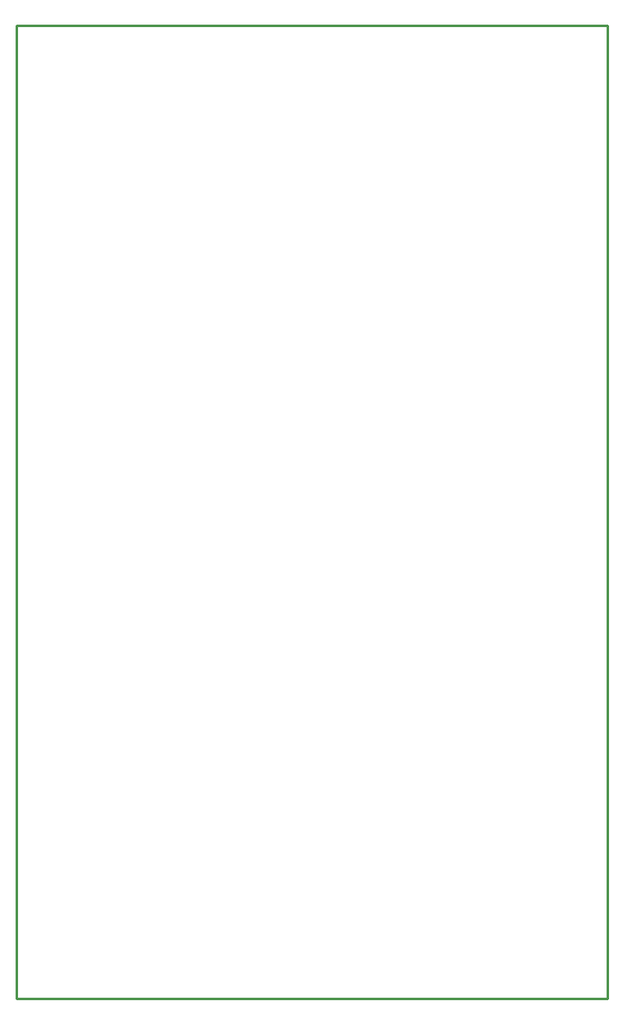
<source format=gbr>
G04 EAGLE Gerber RS-274X export*
G75*
%MOMM*%
%FSLAX34Y34*%
%LPD*%
%IN*%
%IPPOS*%
%AMOC8*
5,1,8,0,0,1.08239X$1,22.5*%
G01*
%ADD10C,0.203200*%
%ADD11C,0.254000*%


D10*
X0Y0D02*
X609600Y0D01*
X609600Y1003300D01*
X0Y1003300D01*
X0Y0D01*
D11*
X0Y0D02*
X609600Y0D01*
X609600Y1003300D01*
X0Y1003300D01*
X0Y0D01*
M02*

</source>
